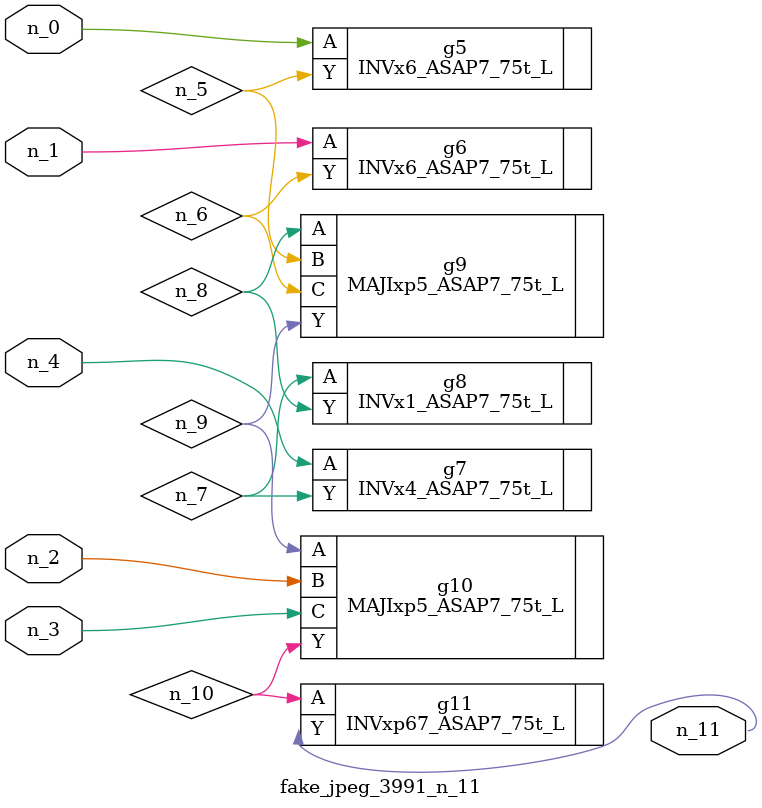
<source format=v>
module fake_jpeg_3991_n_11 (n_3, n_2, n_1, n_0, n_4, n_11);

input n_3;
input n_2;
input n_1;
input n_0;
input n_4;

output n_11;

wire n_10;
wire n_8;
wire n_9;
wire n_6;
wire n_5;
wire n_7;

INVx6_ASAP7_75t_L g5 ( 
.A(n_0),
.Y(n_5)
);

INVx6_ASAP7_75t_L g6 ( 
.A(n_1),
.Y(n_6)
);

INVx4_ASAP7_75t_L g7 ( 
.A(n_4),
.Y(n_7)
);

INVx1_ASAP7_75t_L g8 ( 
.A(n_7),
.Y(n_8)
);

MAJIxp5_ASAP7_75t_L g9 ( 
.A(n_8),
.B(n_5),
.C(n_6),
.Y(n_9)
);

MAJIxp5_ASAP7_75t_L g10 ( 
.A(n_9),
.B(n_2),
.C(n_3),
.Y(n_10)
);

INVxp67_ASAP7_75t_L g11 ( 
.A(n_10),
.Y(n_11)
);


endmodule
</source>
